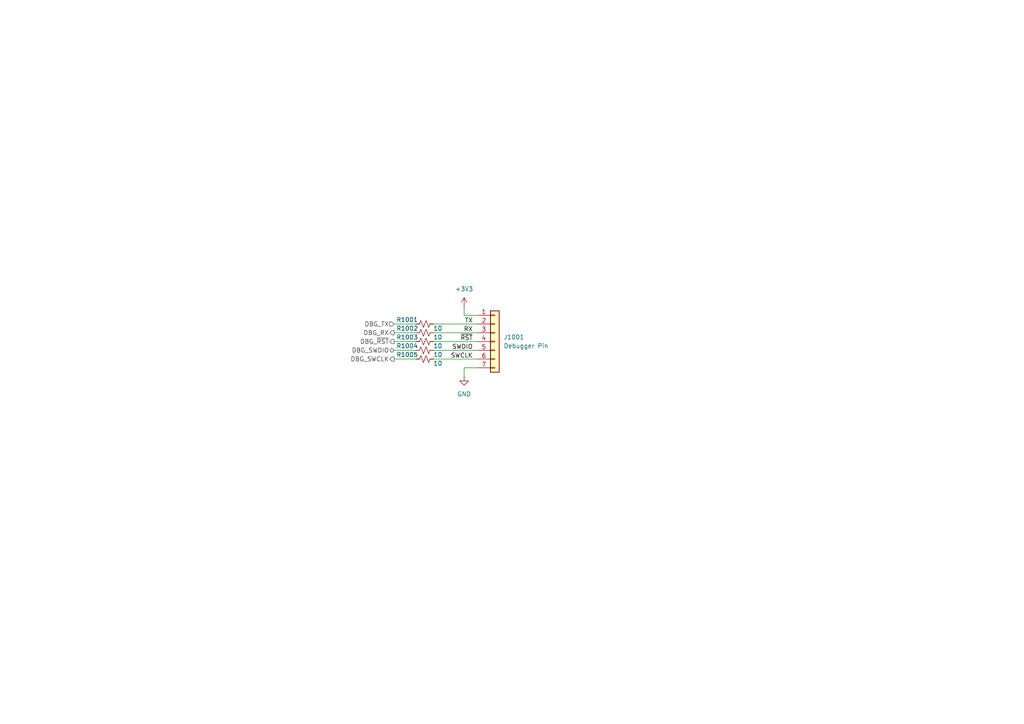
<source format=kicad_sch>
(kicad_sch (version 20231120) (generator "eeschema") (generator_version "8.0")
  (paper "A4")
  (title_block (title "Project Antares - Transmitter Schematic") (date "2024-08-23") (rev "1.0.2") (company "Ourobors Embedded Development") (comment 1 "Pablo Jean Rozario"))
  (lib_symbols
    (symbol "Connector_Generic:Conn_01x07" (pin_names (offset 1.016) hide)
      (property "Reference" "J" (at 0 10.16 0))
      (property "Value" "Conn_01x07" (at 0 -10.16 0))
      (symbol "Conn_01x07_1_1"
        (rectangle (start -1.27 -7.493) (end 0 -7.747) (stroke (width 0.1524)))
        (rectangle (start -1.27 -4.953) (end 0 -5.207) (stroke (width 0.1524)))
        (rectangle (start -1.27 -2.413) (end 0 -2.667) (stroke (width 0.1524)))
        (rectangle (start -1.27 0.127) (end 0 -0.127) (stroke (width 0.1524)))
        (rectangle (start -1.27 2.667) (end 0 2.413) (stroke (width 0.1524)))
        (rectangle (start -1.27 5.207) (end 0 4.953) (stroke (width 0.1524)))
        (rectangle (start -1.27 7.747) (end 0 7.493) (stroke (width 0.1524)))
        (rectangle (start -1.27 8.89) (end 1.27 -8.89) (stroke (width 0.254)) (fill (type background)))
        (pin passive line (at -5.08 7.62 0) (length 3.81) (name "Pin_1") (number "1"))
        (pin passive line (at -5.08 5.08 0) (length 3.81) (name "Pin_2") (number "2"))
        (pin passive line (at -5.08 2.54 0) (length 3.81) (name "Pin_3") (number "3"))
        (pin passive line (at -5.08 0 0) (length 3.81) (name "Pin_4") (number "4"))
        (pin passive line (at -5.08 -2.54 0) (length 3.81) (name "Pin_5") (number "5"))
        (pin passive line (at -5.08 -5.08 0) (length 3.81) (name "Pin_6") (number "6"))
        (pin passive line (at -5.08 -7.62 0) (length 3.81) (name "Pin_7") (number "7"))
      )
    )
    (symbol "Device:R_Small_US" (pin_numbers hide) (pin_names (offset 0.254) hide)
      (property "Reference" "R" (at 0.762 0.508 0))
      (property "Value" "R_Small_US" (at 0.762 -1.016 0))
      (symbol "R_Small_US_1_1"
        (polyline (pts (xy 0 0) (xy 1.016 -0.381) (xy 0 -0.762) (xy -1.016 -1.143) (xy 0 -1.524)))
        (polyline (pts (xy 0 1.524) (xy 1.016 1.143) (xy 0 0.762) (xy -1.016 0.381) (xy 0 0)))
        (pin passive line (at 0 2.54 270) (length 1.016) (name "~") (number "1"))
        (pin passive line (at 0 -2.54 90) (length 1.016) (name "~") (number "2"))
      )
    )
    (symbol "power:+3V3" (power) (pin_numbers hide) (pin_names (offset 0) hide)
      (property "Value" "+3V3" (at 0 3.556 0))
      (symbol "+3V3_0_1"
        (polyline (pts (xy -0.762 1.27) (xy 0 2.54)))
        (polyline (pts (xy 0 0) (xy 0 2.54)))
        (polyline (pts (xy 0 2.54) (xy 0.762 1.27)))
      )
      (symbol "+3V3_1_1"
        (pin power_in line (at 0 0 90) (length 0) (name "~") (number "1"))
      )
    )
    (symbol "power:GND" (power) (pin_numbers hide) (pin_names (offset 0) hide)
      (property "Value" "GND" (at 0 -3.81 0))
      (symbol "GND_0_1"
        (polyline (pts (xy 0 0) (xy 0 -1.27) (xy 1.27 -1.27) (xy 0 -2.54) (xy -1.27 -1.27) (xy 0 -1.27)))
      )
      (symbol "GND_1_1"
        (pin power_in line (at 0 0 270) (length 0) (name "~") (number "1"))
      )
    )
  )
  (wire (pts (xy 125.73 104.14) (xy 138.43 104.14)))
  (wire (pts (xy 114.3 101.6) (xy 120.65 101.6)))
  (wire (pts (xy 125.73 101.6) (xy 138.43 101.6)))
  (wire (pts (xy 125.73 93.98) (xy 138.43 93.98)))
  (wire (pts (xy 138.43 106.68) (xy 134.62 106.68)))
  (wire (pts (xy 134.62 106.68) (xy 134.62 109.22)))
  (wire (pts (xy 134.62 91.44) (xy 134.62 88.9)))
  (wire (pts (xy 138.43 91.44) (xy 134.62 91.44)))
  (wire (pts (xy 114.3 104.14) (xy 120.65 104.14)))
  (wire (pts (xy 114.3 96.52) (xy 120.65 96.52)))
  (wire (pts (xy 125.73 96.52) (xy 138.43 96.52)))
  (wire (pts (xy 114.3 99.06) (xy 120.65 99.06)))
  (wire (pts (xy 114.3 93.98) (xy 120.65 93.98)))
  (wire (pts (xy 125.73 99.06) (xy 138.43 99.06)))
  (label "RX" (at 137.16 96.52 180))
  (label "TX" (at 137.16 93.98 180))
  (label "SWDIO" (at 137.16 101.6 180))
  (label "SWCLK" (at 137.16 104.14 180))
  (label "~{RST}" (at 137.16 99.06 180))
  (hierarchical_label "DBG_TX" (shape input) (at 114.3 93.98 180))
  (hierarchical_label "DBG_~{RST}" (shape output) (at 114.3 99.06 180))
  (hierarchical_label "DBG_SWCLK" (shape output) (at 114.3 104.14 180))
  (hierarchical_label "DBG_SWDIO" (shape bidirectional) (at 114.3 101.6 180))
  (hierarchical_label "DBG_RX" (shape output) (at 114.3 96.52 180))
  (symbol (lib_id "Device:R_Small_US") (at 123.19 104.14 90) (unit 1)
    (property "Reference" "R1005" (at 118.11 102.87 90))
    (property "Value" "10" (at 127 105.41 90))
    (property "Footprint" "Resistor_SMD:R_0603_1608Metric" (effects (hide yes)))
    (property "Description" "Resistor, small US symbol" (effects (hide yes)))
    (property "LCSC" "C22859" (effects (hide yes)))
    (property "PN" "0603WAF100JT5E" (effects (hide yes)))
  )
  (symbol (lib_id "Device:R_Small_US") (at 123.19 99.06 90) (unit 1)
    (property "Reference" "R1003" (at 118.11 97.79 90))
    (property "Value" "10" (at 127 100.33 90))
    (property "Footprint" "Resistor_SMD:R_0603_1608Metric" (effects (hide yes)))
    (property "Description" "Resistor, small US symbol" (effects (hide yes)))
    (property "LCSC" "C22859" (effects (hide yes)))
    (property "PN" "0603WAF100JT5E" (effects (hide yes)))
  )
  (symbol (lib_id "power:GND") (at 134.62 109.22 0) (unit 1)
    (property "Reference" "#PWR01002" (effects (hide yes)))
    (property "Value" "GND" (at 134.62 114.3 0))
    (property "Description" "Power symbol creates a global label with name \"GND\" , ground" (effects (hide yes)))
  )
  (symbol (lib_id "Connector_Generic:Conn_01x07") (at 143.51 99.06 0) (unit 1)
    (property "Reference" "J1001" (at 146.05 97.7899 0) (effects (justify left)))
    (property "Value" "Debugger Pin" (at 146.05 100.3299 0) (effects (justify left)))
    (property "Footprint" "Connector_PinHeader_2.54mm:PinHeader_1x07_P2.54mm_Vertical" (effects (hide yes)))
    (property "Description" "Generic connector, single row, 01x07, script generated (kicad-library-utils/schlib/autogen/connector/)" (effects (hide yes)))
  )
  (symbol (lib_id "power:+3V3") (at 134.62 88.9 0) (unit 1)
    (property "Reference" "#PWR01001" (effects (hide yes)))
    (property "Value" "+3V3" (at 134.62 83.82 0))
    (property "Description" "Power symbol creates a global label with name \"+3V3\"" (effects (hide yes)))
  )
  (symbol (lib_id "Device:R_Small_US") (at 123.19 96.52 90) (unit 1)
    (property "Reference" "R1002" (at 118.11 95.25 90))
    (property "Value" "10" (at 127 97.79 90))
    (property "Footprint" "Resistor_SMD:R_0603_1608Metric" (effects (hide yes)))
    (property "Description" "Resistor, small US symbol" (effects (hide yes)))
    (property "LCSC" "C22859" (effects (hide yes)))
    (property "PN" "0603WAF100JT5E" (effects (hide yes)))
  )
  (symbol (lib_id "Device:R_Small_US") (at 123.19 93.98 90) (unit 1)
    (property "Reference" "R1001" (at 118.11 92.71 90))
    (property "Value" "10" (at 127 95.25 90))
    (property "Footprint" "Resistor_SMD:R_0603_1608Metric" (effects (hide yes)))
    (property "Description" "Resistor, small US symbol" (effects (hide yes)))
    (property "LCSC" "C22859" (effects (hide yes)))
    (property "PN" "0603WAF100JT5E" (effects (hide yes)))
  )
  (symbol (lib_id "Device:R_Small_US") (at 123.19 101.6 90) (unit 1)
    (property "Reference" "R1004" (at 118.11 100.33 90))
    (property "Value" "10" (at 127 102.87 90))
    (property "Footprint" "Resistor_SMD:R_0603_1608Metric" (effects (hide yes)))
    (property "Description" "Resistor, small US symbol" (effects (hide yes)))
    (property "LCSC" "C22859" (effects (hide yes)))
    (property "PN" "0603WAF100JT5E" (effects (hide yes)))
  )
)
</source>
